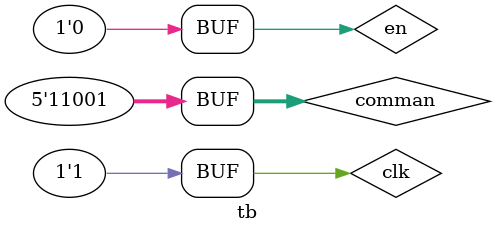
<source format=v>
module  prog_cout (input CLK ,input enable ,input [4:0] num_up ,output reg  [4:0] out_num);
   initial 
   out_num = 5'd0;
  always @ (posedge CLK) begin
    if (enable)
        out_num = num_up + out_num;

    else //(enable == 1'b1) 
        out_num = out_num + 1'b1;
end
endmodule



module tb();

    reg [4:0] comman;
    reg en, clk;
    wire [4:0] count ;



    prog_cout s1(clk,en,comman, count);


    initial begin
    comman = 5'd25; 
    en = 1'b0;   
    //count= 5'd0;
        $display(" clk  |  enable  |  num up  |  out num ");
        $monitor("%b  %b  %d %d  ",clk,en, comman,count);
        
        #1 clk = 1'b0; 
        #1 clk = 1'b1; 
        #1 clk = 1'b0; 
        #1 clk = 1'b1; 
        #1 clk = 1'b0; 
        #1 clk = 1'b1; 
        #1 clk = 1'b0; 
        #1 clk = 1'b1; 
       
        
 
        #1 en = 1'b1;
        #1 clk = 1'b0; 
        #1 clk = 1'b1; 
        #1 en = 1'b0;  

        
        #1 clk = 1'b0; 
        #1 clk = 1'b1;    
        #1 clk = 1'b0; 
        #1 clk = 1'b1; 
        #1 clk = 1'b0; 
        #1 clk = 1'b1;  
    end
endmodule

</source>
